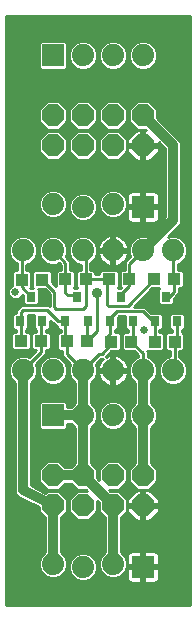
<source format=gtl>
G75*
%MOIN*%
%OFA0B0*%
%FSLAX25Y25*%
%IPPOS*%
%LPD*%
%AMOC8*
5,1,8,0,0,1.08239X$1,22.5*
%
%ADD10R,0.03150X0.03543*%
%ADD11R,0.04331X0.03937*%
%ADD12C,0.07400*%
%ADD13C,0.02500*%
%ADD14OC8,0.07400*%
%ADD15R,0.07400X0.07400*%
%ADD16C,0.01000*%
%ADD17C,0.03569*%
%ADD18C,0.03200*%
%ADD19C,0.03600*%
D10*
X0008460Y0098363D03*
X0012200Y0106631D03*
X0015940Y0098363D03*
X0023660Y0098363D03*
X0027400Y0106631D03*
X0031140Y0098363D03*
X0038560Y0098363D03*
X0042300Y0106631D03*
X0046040Y0098363D03*
X0053360Y0098363D03*
X0057100Y0106631D03*
X0060840Y0098363D03*
D11*
X0060046Y0091600D03*
X0053354Y0091600D03*
X0045646Y0091600D03*
X0038954Y0091600D03*
X0038254Y0112400D03*
X0044946Y0112400D03*
X0053254Y0112400D03*
X0059946Y0112400D03*
X0030846Y0091700D03*
X0024154Y0091700D03*
X0023654Y0112400D03*
X0030346Y0112400D03*
X0015746Y0112300D03*
X0009054Y0112300D03*
X0008854Y0091800D03*
X0015546Y0091800D03*
D12*
X0019500Y0082000D03*
X0029500Y0082000D03*
X0029500Y0067000D03*
X0039500Y0067000D03*
X0039500Y0082000D03*
X0049500Y0082000D03*
X0049500Y0067000D03*
X0059500Y0082000D03*
X0059500Y0122000D03*
X0049500Y0122000D03*
X0039500Y0122000D03*
X0039500Y0137500D03*
X0029500Y0136500D03*
X0029500Y0122000D03*
X0019500Y0122000D03*
X0019500Y0137500D03*
X0009500Y0122000D03*
X0009500Y0082000D03*
X0019500Y0017500D03*
X0029500Y0016500D03*
X0039500Y0017500D03*
X0039500Y0187000D03*
X0049500Y0187000D03*
X0029500Y0187000D03*
D13*
X0007000Y0108000D03*
X0049700Y0095600D03*
D14*
X0049500Y0047000D03*
X0049500Y0037000D03*
X0039500Y0037000D03*
X0039500Y0047000D03*
X0029500Y0047000D03*
X0029500Y0037000D03*
X0019500Y0037000D03*
X0019500Y0047000D03*
X0019500Y0157000D03*
X0019500Y0167000D03*
X0029500Y0167000D03*
X0029500Y0157000D03*
X0039500Y0157000D03*
X0039500Y0167000D03*
X0049500Y0167000D03*
X0049500Y0157000D03*
D15*
X0049500Y0136500D03*
X0019500Y0187000D03*
X0019500Y0067000D03*
X0049500Y0016500D03*
D16*
X0003900Y0003900D02*
X0003900Y0200100D01*
X0065100Y0200100D01*
X0065100Y0003900D01*
X0003900Y0003900D01*
X0003900Y0003997D02*
X0065100Y0003997D01*
X0065100Y0004996D02*
X0003900Y0004996D01*
X0003900Y0005994D02*
X0065100Y0005994D01*
X0065100Y0006993D02*
X0003900Y0006993D01*
X0003900Y0007991D02*
X0065100Y0007991D01*
X0065100Y0008990D02*
X0003900Y0008990D01*
X0003900Y0009988D02*
X0065100Y0009988D01*
X0065100Y0010987D02*
X0003900Y0010987D01*
X0003900Y0011985D02*
X0027857Y0011985D01*
X0028545Y0011700D02*
X0030455Y0011700D01*
X0032219Y0012431D01*
X0033569Y0013781D01*
X0034300Y0015545D01*
X0034300Y0017455D01*
X0033569Y0019219D01*
X0032219Y0020569D01*
X0030455Y0021300D01*
X0028545Y0021300D01*
X0026781Y0020569D01*
X0025431Y0019219D01*
X0024700Y0017455D01*
X0024700Y0015545D01*
X0025431Y0013781D01*
X0026781Y0012431D01*
X0028545Y0011700D01*
X0026228Y0012984D02*
X0021139Y0012984D01*
X0020455Y0012700D02*
X0022219Y0013431D01*
X0023569Y0014781D01*
X0024300Y0016545D01*
X0024300Y0018455D01*
X0023569Y0020219D01*
X0022219Y0021569D01*
X0022200Y0021577D01*
X0022200Y0032912D01*
X0024300Y0035012D01*
X0024300Y0038988D01*
X0021488Y0041800D01*
X0017512Y0041800D01*
X0016987Y0041275D01*
X0012200Y0043669D01*
X0012200Y0077923D01*
X0012219Y0077931D01*
X0013569Y0079281D01*
X0014300Y0081045D01*
X0014300Y0082955D01*
X0013836Y0084074D01*
X0016209Y0086446D01*
X0017146Y0087384D01*
X0017146Y0088731D01*
X0018167Y0088731D01*
X0018812Y0089376D01*
X0018812Y0094224D01*
X0018167Y0094868D01*
X0017146Y0094868D01*
X0017146Y0095491D01*
X0017971Y0095491D01*
X0018615Y0096136D01*
X0018615Y0098622D01*
X0019537Y0097700D01*
X0020474Y0096763D01*
X0020985Y0096763D01*
X0020985Y0096136D01*
X0021629Y0095491D01*
X0022060Y0095491D01*
X0022060Y0094768D01*
X0021533Y0094768D01*
X0020888Y0094124D01*
X0020888Y0089276D01*
X0021533Y0088631D01*
X0022554Y0088631D01*
X0022554Y0086684D01*
X0023491Y0085746D01*
X0025164Y0084074D01*
X0024700Y0082955D01*
X0024700Y0081045D01*
X0025431Y0079281D01*
X0026781Y0077931D01*
X0026800Y0077923D01*
X0026800Y0071077D01*
X0026781Y0071069D01*
X0025431Y0069719D01*
X0025423Y0069700D01*
X0024300Y0069700D01*
X0024300Y0071156D01*
X0023656Y0071800D01*
X0015344Y0071800D01*
X0014700Y0071156D01*
X0014700Y0062844D01*
X0015344Y0062200D01*
X0023656Y0062200D01*
X0024300Y0062844D01*
X0024300Y0064300D01*
X0025423Y0064300D01*
X0025431Y0064281D01*
X0026781Y0062931D01*
X0026800Y0062923D01*
X0026800Y0051088D01*
X0025412Y0049700D01*
X0023588Y0049700D01*
X0021488Y0051800D01*
X0017512Y0051800D01*
X0014700Y0048988D01*
X0014700Y0045012D01*
X0017512Y0042200D01*
X0021488Y0042200D01*
X0023588Y0044300D01*
X0025412Y0044300D01*
X0027512Y0042200D01*
X0030482Y0042200D01*
X0030882Y0041800D01*
X0027512Y0041800D01*
X0024700Y0038988D01*
X0024700Y0035012D01*
X0027512Y0032200D01*
X0031488Y0032200D01*
X0034300Y0035012D01*
X0034300Y0038382D01*
X0034700Y0037982D01*
X0034700Y0035012D01*
X0036800Y0032912D01*
X0036800Y0021577D01*
X0036781Y0021569D01*
X0035431Y0020219D01*
X0034700Y0018455D01*
X0034700Y0016545D01*
X0035431Y0014781D01*
X0036781Y0013431D01*
X0038545Y0012700D01*
X0040455Y0012700D01*
X0042219Y0013431D01*
X0043569Y0014781D01*
X0044300Y0016545D01*
X0044300Y0018455D01*
X0043569Y0020219D01*
X0042219Y0021569D01*
X0042200Y0021577D01*
X0042200Y0032912D01*
X0044300Y0035012D01*
X0044300Y0038988D01*
X0041488Y0041800D01*
X0038518Y0041800D01*
X0038118Y0042200D01*
X0041488Y0042200D01*
X0044300Y0045012D01*
X0044300Y0048988D01*
X0041488Y0051800D01*
X0037512Y0051800D01*
X0034700Y0048988D01*
X0034700Y0045618D01*
X0034300Y0046018D01*
X0034300Y0048988D01*
X0032200Y0051088D01*
X0032200Y0062923D01*
X0032219Y0062931D01*
X0033569Y0064281D01*
X0034300Y0066045D01*
X0034300Y0067955D01*
X0033569Y0069719D01*
X0032219Y0071069D01*
X0032200Y0071077D01*
X0032200Y0077923D01*
X0032219Y0077931D01*
X0033569Y0079281D01*
X0034300Y0081045D01*
X0034300Y0082955D01*
X0033836Y0084074D01*
X0035663Y0085900D01*
X0036046Y0085900D01*
X0035534Y0085388D01*
X0035053Y0084725D01*
X0034681Y0083996D01*
X0034428Y0083218D01*
X0034314Y0082500D01*
X0039000Y0082500D01*
X0039000Y0087186D01*
X0038282Y0087072D01*
X0037504Y0086819D01*
X0037051Y0086588D01*
X0038994Y0088531D01*
X0041575Y0088531D01*
X0042219Y0089176D01*
X0042219Y0094024D01*
X0041575Y0094668D01*
X0040160Y0094668D01*
X0040160Y0095491D01*
X0040590Y0095491D01*
X0041235Y0096136D01*
X0041235Y0099775D01*
X0041560Y0100100D01*
X0043365Y0100100D01*
X0043365Y0096136D01*
X0044010Y0095491D01*
X0044440Y0095491D01*
X0044440Y0094668D01*
X0043025Y0094668D01*
X0042381Y0094024D01*
X0042381Y0089176D01*
X0043025Y0088531D01*
X0046452Y0088531D01*
X0047900Y0087084D01*
X0047900Y0086533D01*
X0046781Y0086069D01*
X0045431Y0084719D01*
X0044700Y0082955D01*
X0044700Y0081045D01*
X0045431Y0079281D01*
X0046781Y0077931D01*
X0046800Y0077923D01*
X0046800Y0071077D01*
X0046781Y0071069D01*
X0045431Y0069719D01*
X0044700Y0067955D01*
X0044700Y0066045D01*
X0045431Y0064281D01*
X0046781Y0062931D01*
X0046800Y0062923D01*
X0046800Y0051088D01*
X0044700Y0048988D01*
X0044700Y0045012D01*
X0047512Y0042200D01*
X0051488Y0042200D01*
X0054300Y0045012D01*
X0054300Y0048988D01*
X0052200Y0051088D01*
X0052200Y0062923D01*
X0052219Y0062931D01*
X0053569Y0064281D01*
X0054300Y0066045D01*
X0054300Y0067955D01*
X0053569Y0069719D01*
X0052219Y0071069D01*
X0052200Y0071077D01*
X0052200Y0077923D01*
X0052219Y0077931D01*
X0053569Y0079281D01*
X0054300Y0081045D01*
X0054300Y0082955D01*
X0053569Y0084719D01*
X0052219Y0086069D01*
X0051100Y0086533D01*
X0051100Y0088409D01*
X0050978Y0088531D01*
X0055975Y0088531D01*
X0056619Y0089176D01*
X0056619Y0094024D01*
X0055975Y0094668D01*
X0054960Y0094668D01*
X0054960Y0095491D01*
X0055390Y0095491D01*
X0056035Y0096136D01*
X0056035Y0100590D01*
X0055390Y0101235D01*
X0052128Y0101235D01*
X0050063Y0103300D01*
X0046416Y0103300D01*
X0052448Y0109331D01*
X0054899Y0109331D01*
X0054425Y0108858D01*
X0054425Y0104403D01*
X0055070Y0103759D01*
X0059130Y0103759D01*
X0059775Y0104403D01*
X0059775Y0105912D01*
X0060563Y0106700D01*
X0061500Y0107637D01*
X0061500Y0109331D01*
X0062567Y0109331D01*
X0063212Y0109976D01*
X0063212Y0114824D01*
X0062567Y0115468D01*
X0061100Y0115468D01*
X0061100Y0117467D01*
X0062219Y0117931D01*
X0063569Y0119281D01*
X0064300Y0121045D01*
X0064300Y0122955D01*
X0063569Y0124719D01*
X0062219Y0126069D01*
X0060455Y0126800D01*
X0058545Y0126800D01*
X0057816Y0126498D01*
X0061029Y0129711D01*
X0061789Y0130471D01*
X0062200Y0131463D01*
X0062200Y0157537D01*
X0061789Y0158529D01*
X0054300Y0166018D01*
X0054300Y0168988D01*
X0051488Y0171800D01*
X0047512Y0171800D01*
X0044700Y0168988D01*
X0044700Y0165012D01*
X0047512Y0162200D01*
X0050482Y0162200D01*
X0050000Y0162200D01*
X0050000Y0157500D01*
X0054700Y0157500D01*
X0054700Y0157982D01*
X0056800Y0155882D01*
X0056800Y0133118D01*
X0050474Y0126792D01*
X0050455Y0126800D01*
X0048545Y0126800D01*
X0046781Y0126069D01*
X0045431Y0124719D01*
X0044700Y0122955D01*
X0044700Y0121045D01*
X0045164Y0119926D01*
X0044284Y0119046D01*
X0043346Y0118109D01*
X0043346Y0115468D01*
X0042325Y0115468D01*
X0041681Y0114824D01*
X0041681Y0109976D01*
X0042032Y0109625D01*
X0041909Y0109502D01*
X0041045Y0109502D01*
X0041519Y0109976D01*
X0041519Y0114824D01*
X0040875Y0115468D01*
X0035633Y0115468D01*
X0034988Y0114824D01*
X0034988Y0114000D01*
X0033612Y0114000D01*
X0033612Y0114824D01*
X0032967Y0115468D01*
X0031946Y0115468D01*
X0031946Y0117818D01*
X0032219Y0117931D01*
X0033569Y0119281D01*
X0034300Y0121045D01*
X0034300Y0122955D01*
X0033569Y0124719D01*
X0032219Y0126069D01*
X0030455Y0126800D01*
X0028545Y0126800D01*
X0026781Y0126069D01*
X0025431Y0124719D01*
X0024700Y0122955D01*
X0024700Y0121045D01*
X0025431Y0119281D01*
X0026781Y0117931D01*
X0028545Y0117200D01*
X0028746Y0117200D01*
X0028746Y0115468D01*
X0027725Y0115468D01*
X0027081Y0114824D01*
X0027081Y0109976D01*
X0027555Y0109502D01*
X0026445Y0109502D01*
X0026919Y0109976D01*
X0026919Y0114824D01*
X0026275Y0115468D01*
X0025254Y0115468D01*
X0025254Y0118509D01*
X0024316Y0119446D01*
X0023836Y0119926D01*
X0024300Y0121045D01*
X0024300Y0122955D01*
X0023569Y0124719D01*
X0022219Y0126069D01*
X0020455Y0126800D01*
X0018545Y0126800D01*
X0016781Y0126069D01*
X0015431Y0124719D01*
X0014700Y0122955D01*
X0014700Y0121045D01*
X0015431Y0119281D01*
X0016781Y0117931D01*
X0018545Y0117200D01*
X0020455Y0117200D01*
X0021574Y0117664D01*
X0022054Y0117184D01*
X0022054Y0115468D01*
X0021033Y0115468D01*
X0020388Y0114824D01*
X0020388Y0110121D01*
X0019012Y0111497D01*
X0019012Y0114724D01*
X0018367Y0115368D01*
X0013125Y0115368D01*
X0012481Y0114724D01*
X0012481Y0109876D01*
X0012855Y0109502D01*
X0011945Y0109502D01*
X0012319Y0109876D01*
X0012319Y0114724D01*
X0011675Y0115368D01*
X0010654Y0115368D01*
X0010654Y0117282D01*
X0012219Y0117931D01*
X0013569Y0119281D01*
X0014300Y0121045D01*
X0014300Y0122955D01*
X0013569Y0124719D01*
X0012219Y0126069D01*
X0010455Y0126800D01*
X0008545Y0126800D01*
X0006781Y0126069D01*
X0005431Y0124719D01*
X0004700Y0122955D01*
X0004700Y0121045D01*
X0005431Y0119281D01*
X0006781Y0117931D01*
X0007454Y0117652D01*
X0007454Y0115368D01*
X0006433Y0115368D01*
X0005788Y0114724D01*
X0005788Y0110112D01*
X0004650Y0108973D01*
X0004650Y0107027D01*
X0006027Y0105650D01*
X0007973Y0105650D01*
X0009350Y0107027D01*
X0009350Y0107218D01*
X0009525Y0107043D01*
X0009525Y0104403D01*
X0010170Y0103759D01*
X0014230Y0103759D01*
X0014875Y0104403D01*
X0014875Y0108858D01*
X0014501Y0109231D01*
X0016752Y0109231D01*
X0018400Y0107584D01*
X0018400Y0103363D01*
X0018063Y0103700D01*
X0008737Y0103700D01*
X0007800Y0102763D01*
X0007800Y0102763D01*
X0007100Y0102063D01*
X0007100Y0101235D01*
X0006429Y0101235D01*
X0005785Y0100590D01*
X0005785Y0096136D01*
X0006429Y0095491D01*
X0007254Y0095491D01*
X0007254Y0094868D01*
X0006233Y0094868D01*
X0005588Y0094224D01*
X0005588Y0089376D01*
X0006233Y0088731D01*
X0011475Y0088731D01*
X0012119Y0089376D01*
X0012119Y0094224D01*
X0011475Y0094868D01*
X0010454Y0094868D01*
X0010454Y0095491D01*
X0010490Y0095491D01*
X0011135Y0096136D01*
X0011135Y0100500D01*
X0013265Y0100500D01*
X0013265Y0096136D01*
X0013910Y0095491D01*
X0013946Y0095491D01*
X0013946Y0094868D01*
X0012925Y0094868D01*
X0012281Y0094224D01*
X0012281Y0089376D01*
X0012925Y0088731D01*
X0013946Y0088731D01*
X0013946Y0088709D01*
X0011574Y0086336D01*
X0010455Y0086800D01*
X0008545Y0086800D01*
X0006781Y0086069D01*
X0005431Y0084719D01*
X0004700Y0082955D01*
X0004700Y0081045D01*
X0005431Y0079281D01*
X0006781Y0077931D01*
X0006800Y0077923D01*
X0006800Y0042096D01*
X0006769Y0041656D01*
X0006800Y0041562D01*
X0006800Y0041463D01*
X0006969Y0041055D01*
X0007108Y0040637D01*
X0007173Y0040562D01*
X0007211Y0040471D01*
X0007523Y0040159D01*
X0007812Y0039825D01*
X0007901Y0039781D01*
X0007971Y0039711D01*
X0008378Y0039542D01*
X0014700Y0036381D01*
X0014700Y0035012D01*
X0016800Y0032912D01*
X0016800Y0021577D01*
X0016781Y0021569D01*
X0015431Y0020219D01*
X0014700Y0018455D01*
X0014700Y0016545D01*
X0015431Y0014781D01*
X0016781Y0013431D01*
X0018545Y0012700D01*
X0020455Y0012700D01*
X0017860Y0012984D02*
X0003900Y0012984D01*
X0003900Y0013982D02*
X0016230Y0013982D01*
X0015348Y0014981D02*
X0003900Y0014981D01*
X0003900Y0015979D02*
X0014934Y0015979D01*
X0014700Y0016978D02*
X0003900Y0016978D01*
X0003900Y0017976D02*
X0014700Y0017976D01*
X0014915Y0018975D02*
X0003900Y0018975D01*
X0003900Y0019973D02*
X0015329Y0019973D01*
X0016184Y0020972D02*
X0003900Y0020972D01*
X0003900Y0021970D02*
X0016800Y0021970D01*
X0016800Y0022969D02*
X0003900Y0022969D01*
X0003900Y0023967D02*
X0016800Y0023967D01*
X0016800Y0024966D02*
X0003900Y0024966D01*
X0003900Y0025964D02*
X0016800Y0025964D01*
X0016800Y0026963D02*
X0003900Y0026963D01*
X0003900Y0027961D02*
X0016800Y0027961D01*
X0016800Y0028960D02*
X0003900Y0028960D01*
X0003900Y0029958D02*
X0016800Y0029958D01*
X0016800Y0030957D02*
X0003900Y0030957D01*
X0003900Y0031955D02*
X0016800Y0031955D01*
X0016758Y0032954D02*
X0003900Y0032954D01*
X0003900Y0033952D02*
X0015759Y0033952D01*
X0014761Y0034951D02*
X0003900Y0034951D01*
X0003900Y0035949D02*
X0014700Y0035949D01*
X0013567Y0036948D02*
X0003900Y0036948D01*
X0003900Y0037946D02*
X0011570Y0037946D01*
X0009573Y0038945D02*
X0003900Y0038945D01*
X0003900Y0039943D02*
X0007710Y0039943D01*
X0007007Y0040942D02*
X0003900Y0040942D01*
X0003900Y0041940D02*
X0006789Y0041940D01*
X0006800Y0042939D02*
X0003900Y0042939D01*
X0003900Y0043937D02*
X0006800Y0043937D01*
X0006800Y0044936D02*
X0003900Y0044936D01*
X0003900Y0045934D02*
X0006800Y0045934D01*
X0006800Y0046933D02*
X0003900Y0046933D01*
X0003900Y0047932D02*
X0006800Y0047932D01*
X0006800Y0048930D02*
X0003900Y0048930D01*
X0003900Y0049929D02*
X0006800Y0049929D01*
X0006800Y0050927D02*
X0003900Y0050927D01*
X0003900Y0051926D02*
X0006800Y0051926D01*
X0006800Y0052924D02*
X0003900Y0052924D01*
X0003900Y0053923D02*
X0006800Y0053923D01*
X0006800Y0054921D02*
X0003900Y0054921D01*
X0003900Y0055920D02*
X0006800Y0055920D01*
X0006800Y0056918D02*
X0003900Y0056918D01*
X0003900Y0057917D02*
X0006800Y0057917D01*
X0006800Y0058915D02*
X0003900Y0058915D01*
X0003900Y0059914D02*
X0006800Y0059914D01*
X0006800Y0060912D02*
X0003900Y0060912D01*
X0003900Y0061911D02*
X0006800Y0061911D01*
X0006800Y0062909D02*
X0003900Y0062909D01*
X0003900Y0063908D02*
X0006800Y0063908D01*
X0006800Y0064906D02*
X0003900Y0064906D01*
X0003900Y0065905D02*
X0006800Y0065905D01*
X0006800Y0066903D02*
X0003900Y0066903D01*
X0003900Y0067902D02*
X0006800Y0067902D01*
X0006800Y0068900D02*
X0003900Y0068900D01*
X0003900Y0069899D02*
X0006800Y0069899D01*
X0006800Y0070897D02*
X0003900Y0070897D01*
X0003900Y0071896D02*
X0006800Y0071896D01*
X0006800Y0072894D02*
X0003900Y0072894D01*
X0003900Y0073893D02*
X0006800Y0073893D01*
X0006800Y0074891D02*
X0003900Y0074891D01*
X0003900Y0075890D02*
X0006800Y0075890D01*
X0006800Y0076888D02*
X0003900Y0076888D01*
X0003900Y0077887D02*
X0006800Y0077887D01*
X0005826Y0078885D02*
X0003900Y0078885D01*
X0003900Y0079884D02*
X0005181Y0079884D01*
X0004767Y0080882D02*
X0003900Y0080882D01*
X0003900Y0081881D02*
X0004700Y0081881D01*
X0004700Y0082879D02*
X0003900Y0082879D01*
X0003900Y0083878D02*
X0005082Y0083878D01*
X0005588Y0084876D02*
X0003900Y0084876D01*
X0003900Y0085875D02*
X0006587Y0085875D01*
X0006094Y0088870D02*
X0003900Y0088870D01*
X0003900Y0087872D02*
X0013109Y0087872D01*
X0012786Y0088870D02*
X0011614Y0088870D01*
X0012119Y0089869D02*
X0012281Y0089869D01*
X0012281Y0090868D02*
X0012119Y0090868D01*
X0012119Y0091866D02*
X0012281Y0091866D01*
X0012281Y0092865D02*
X0012119Y0092865D01*
X0012119Y0093863D02*
X0012281Y0093863D01*
X0012919Y0094862D02*
X0011481Y0094862D01*
X0010859Y0095860D02*
X0013541Y0095860D01*
X0013265Y0096859D02*
X0011135Y0096859D01*
X0011135Y0097857D02*
X0013265Y0097857D01*
X0013265Y0098856D02*
X0011135Y0098856D01*
X0011135Y0099854D02*
X0013265Y0099854D01*
X0014320Y0103848D02*
X0018400Y0103848D01*
X0018400Y0104847D02*
X0014875Y0104847D01*
X0014875Y0105845D02*
X0018400Y0105845D01*
X0018400Y0106844D02*
X0014875Y0106844D01*
X0014875Y0107842D02*
X0018142Y0107842D01*
X0017143Y0108841D02*
X0014875Y0108841D01*
X0015746Y0112300D02*
X0015946Y0112300D01*
X0020000Y0108246D01*
X0020000Y0103000D01*
X0020500Y0102500D01*
X0029500Y0102500D01*
X0030346Y0103346D01*
X0030346Y0112400D01*
X0030346Y0121154D01*
X0029500Y0122000D01*
X0028746Y0116829D02*
X0025254Y0116829D01*
X0025254Y0117827D02*
X0027031Y0117827D01*
X0027089Y0114832D02*
X0026911Y0114832D01*
X0026919Y0113833D02*
X0027081Y0113833D01*
X0027081Y0112835D02*
X0026919Y0112835D01*
X0026919Y0111836D02*
X0027081Y0111836D01*
X0027081Y0110838D02*
X0026919Y0110838D01*
X0026782Y0109839D02*
X0027218Y0109839D01*
X0027031Y0107000D02*
X0024500Y0107000D01*
X0023654Y0107846D01*
X0023654Y0112400D01*
X0023654Y0117846D01*
X0019500Y0122000D01*
X0022054Y0116829D02*
X0010654Y0116829D01*
X0010654Y0115830D02*
X0022054Y0115830D01*
X0020396Y0114832D02*
X0018904Y0114832D01*
X0019012Y0113833D02*
X0020388Y0113833D01*
X0020388Y0112835D02*
X0019012Y0112835D01*
X0019012Y0111836D02*
X0020388Y0111836D01*
X0020388Y0110838D02*
X0019671Y0110838D01*
X0017031Y0117827D02*
X0011969Y0117827D01*
X0012211Y0114832D02*
X0012589Y0114832D01*
X0012481Y0113833D02*
X0012319Y0113833D01*
X0012319Y0112835D02*
X0012481Y0112835D01*
X0012481Y0111836D02*
X0012319Y0111836D01*
X0012319Y0110838D02*
X0012481Y0110838D01*
X0012518Y0109839D02*
X0012282Y0109839D01*
X0012200Y0106631D02*
X0009054Y0109777D01*
X0009054Y0112300D01*
X0009054Y0121554D01*
X0009500Y0122000D01*
X0007031Y0117827D02*
X0003900Y0117827D01*
X0003900Y0116829D02*
X0007454Y0116829D01*
X0007454Y0115830D02*
X0003900Y0115830D01*
X0003900Y0114832D02*
X0005896Y0114832D01*
X0005788Y0113833D02*
X0003900Y0113833D01*
X0003900Y0112835D02*
X0005788Y0112835D01*
X0005788Y0111836D02*
X0003900Y0111836D01*
X0003900Y0110838D02*
X0005788Y0110838D01*
X0005516Y0109839D02*
X0003900Y0109839D01*
X0003900Y0108841D02*
X0004650Y0108841D01*
X0004650Y0107842D02*
X0003900Y0107842D01*
X0003900Y0106844D02*
X0004833Y0106844D01*
X0003900Y0105845D02*
X0005831Y0105845D01*
X0007100Y0101851D02*
X0003900Y0101851D01*
X0003900Y0100853D02*
X0006047Y0100853D01*
X0005785Y0099854D02*
X0003900Y0099854D01*
X0003900Y0098856D02*
X0005785Y0098856D01*
X0005785Y0097857D02*
X0003900Y0097857D01*
X0003900Y0096859D02*
X0005785Y0096859D01*
X0006061Y0095860D02*
X0003900Y0095860D01*
X0003900Y0094862D02*
X0006226Y0094862D01*
X0005588Y0093863D02*
X0003900Y0093863D01*
X0003900Y0092865D02*
X0005588Y0092865D01*
X0005588Y0091866D02*
X0003900Y0091866D01*
X0003900Y0090868D02*
X0005588Y0090868D01*
X0005588Y0089869D02*
X0003900Y0089869D01*
X0003900Y0086873D02*
X0012111Y0086873D01*
X0013918Y0083878D02*
X0015082Y0083878D01*
X0015431Y0084719D02*
X0014700Y0082955D01*
X0014700Y0081045D01*
X0015431Y0079281D01*
X0016781Y0077931D01*
X0018545Y0077200D01*
X0020455Y0077200D01*
X0022219Y0077931D01*
X0023569Y0079281D01*
X0024300Y0081045D01*
X0024300Y0082955D01*
X0023569Y0084719D01*
X0022219Y0086069D01*
X0020455Y0086800D01*
X0018545Y0086800D01*
X0016781Y0086069D01*
X0015431Y0084719D01*
X0015588Y0084876D02*
X0014639Y0084876D01*
X0015638Y0085875D02*
X0016587Y0085875D01*
X0016636Y0086873D02*
X0022554Y0086873D01*
X0022554Y0087872D02*
X0017146Y0087872D01*
X0018306Y0088870D02*
X0021294Y0088870D01*
X0020888Y0089869D02*
X0018812Y0089869D01*
X0018812Y0090868D02*
X0020888Y0090868D01*
X0020888Y0091866D02*
X0018812Y0091866D01*
X0018812Y0092865D02*
X0020888Y0092865D01*
X0020888Y0093863D02*
X0018812Y0093863D01*
X0018174Y0094862D02*
X0022060Y0094862D01*
X0021261Y0095860D02*
X0018339Y0095860D01*
X0018615Y0096859D02*
X0020379Y0096859D01*
X0019380Y0097857D02*
X0018615Y0097857D01*
X0021137Y0098363D02*
X0017400Y0102100D01*
X0009400Y0102100D01*
X0008700Y0101400D01*
X0008700Y0098123D01*
X0008854Y0097969D01*
X0008854Y0091800D01*
X0008700Y0098123D02*
X0008460Y0098363D01*
X0007887Y0102850D02*
X0003900Y0102850D01*
X0003900Y0103848D02*
X0010080Y0103848D01*
X0009525Y0104847D02*
X0003900Y0104847D01*
X0008169Y0105845D02*
X0009525Y0105845D01*
X0009525Y0106844D02*
X0009167Y0106844D01*
X0005886Y0118826D02*
X0003900Y0118826D01*
X0003900Y0119824D02*
X0005206Y0119824D01*
X0004792Y0120823D02*
X0003900Y0120823D01*
X0003900Y0121821D02*
X0004700Y0121821D01*
X0004700Y0122820D02*
X0003900Y0122820D01*
X0003900Y0123818D02*
X0005058Y0123818D01*
X0005529Y0124817D02*
X0003900Y0124817D01*
X0003900Y0125815D02*
X0006527Y0125815D01*
X0003900Y0126814D02*
X0037494Y0126814D01*
X0037504Y0126819D02*
X0036775Y0126447D01*
X0036112Y0125966D01*
X0035534Y0125388D01*
X0035053Y0124725D01*
X0034681Y0123996D01*
X0034428Y0123218D01*
X0034314Y0122500D01*
X0039000Y0122500D01*
X0039000Y0127186D01*
X0038282Y0127072D01*
X0037504Y0126819D01*
X0039000Y0126814D02*
X0040000Y0126814D01*
X0040000Y0127186D02*
X0040000Y0122500D01*
X0039000Y0122500D01*
X0039000Y0121500D01*
X0034314Y0121500D01*
X0034428Y0120782D01*
X0034681Y0120004D01*
X0035053Y0119275D01*
X0035534Y0118612D01*
X0036112Y0118034D01*
X0036775Y0117553D01*
X0037504Y0117181D01*
X0038282Y0116928D01*
X0039000Y0116814D01*
X0039000Y0121500D01*
X0040000Y0121500D01*
X0040000Y0122500D01*
X0044686Y0122500D01*
X0044572Y0123218D01*
X0044319Y0123996D01*
X0043947Y0124725D01*
X0043466Y0125388D01*
X0042888Y0125966D01*
X0042225Y0126447D01*
X0041496Y0126819D01*
X0040718Y0127072D01*
X0040000Y0127186D01*
X0040000Y0125815D02*
X0039000Y0125815D01*
X0039000Y0124817D02*
X0040000Y0124817D01*
X0040000Y0123818D02*
X0039000Y0123818D01*
X0039000Y0122820D02*
X0040000Y0122820D01*
X0040000Y0121821D02*
X0044700Y0121821D01*
X0044686Y0121500D02*
X0040000Y0121500D01*
X0040000Y0116814D01*
X0040718Y0116928D01*
X0041496Y0117181D01*
X0042225Y0117553D01*
X0042888Y0118034D01*
X0043466Y0118612D01*
X0043947Y0119275D01*
X0044319Y0120004D01*
X0044572Y0120782D01*
X0044686Y0121500D01*
X0044578Y0120823D02*
X0044792Y0120823D01*
X0045062Y0119824D02*
X0044228Y0119824D01*
X0044063Y0118826D02*
X0043621Y0118826D01*
X0043346Y0117827D02*
X0042604Y0117827D01*
X0043346Y0116829D02*
X0040091Y0116829D01*
X0040000Y0116829D02*
X0039000Y0116829D01*
X0038909Y0116829D02*
X0031946Y0116829D01*
X0031969Y0117827D02*
X0036396Y0117827D01*
X0035379Y0118826D02*
X0033114Y0118826D01*
X0033794Y0119824D02*
X0034772Y0119824D01*
X0034422Y0120823D02*
X0034208Y0120823D01*
X0034300Y0121821D02*
X0039000Y0121821D01*
X0039000Y0120823D02*
X0040000Y0120823D01*
X0040000Y0119824D02*
X0039000Y0119824D01*
X0039000Y0118826D02*
X0040000Y0118826D01*
X0040000Y0117827D02*
X0039000Y0117827D01*
X0038254Y0112400D02*
X0037500Y0111646D01*
X0037500Y0104000D01*
X0038000Y0103500D01*
X0044354Y0103500D01*
X0053254Y0112400D01*
X0054425Y0108841D02*
X0051957Y0108841D01*
X0050958Y0107842D02*
X0054425Y0107842D01*
X0054425Y0106844D02*
X0049960Y0106844D01*
X0048961Y0105845D02*
X0054425Y0105845D01*
X0054425Y0104847D02*
X0047963Y0104847D01*
X0046964Y0103848D02*
X0054980Y0103848D01*
X0055772Y0100853D02*
X0058428Y0100853D01*
X0058165Y0100590D02*
X0058165Y0096136D01*
X0058810Y0095491D01*
X0059240Y0095491D01*
X0059240Y0094668D01*
X0057425Y0094668D01*
X0056781Y0094024D01*
X0056781Y0089176D01*
X0057425Y0088531D01*
X0058446Y0088531D01*
X0058446Y0086759D01*
X0056781Y0086069D01*
X0055431Y0084719D01*
X0054700Y0082955D01*
X0054700Y0081045D01*
X0055431Y0079281D01*
X0056781Y0077931D01*
X0058545Y0077200D01*
X0060455Y0077200D01*
X0062219Y0077931D01*
X0063569Y0079281D01*
X0064300Y0081045D01*
X0064300Y0082955D01*
X0063569Y0084719D01*
X0062219Y0086069D01*
X0061646Y0086306D01*
X0061646Y0088531D01*
X0062667Y0088531D01*
X0063312Y0089176D01*
X0063312Y0094024D01*
X0062667Y0094668D01*
X0062440Y0094668D01*
X0062440Y0095491D01*
X0062871Y0095491D01*
X0063515Y0096136D01*
X0063515Y0100590D01*
X0062871Y0101235D01*
X0058810Y0101235D01*
X0058165Y0100590D01*
X0058165Y0099854D02*
X0056035Y0099854D01*
X0056035Y0098856D02*
X0058165Y0098856D01*
X0058165Y0097857D02*
X0056035Y0097857D01*
X0056035Y0096859D02*
X0058165Y0096859D01*
X0058441Y0095860D02*
X0055759Y0095860D01*
X0054960Y0094862D02*
X0059240Y0094862D01*
X0060840Y0092394D02*
X0060046Y0091600D01*
X0060046Y0082546D01*
X0059500Y0082000D01*
X0058446Y0086873D02*
X0051100Y0086873D01*
X0051100Y0087872D02*
X0058446Y0087872D01*
X0057086Y0088870D02*
X0056314Y0088870D01*
X0056619Y0089869D02*
X0056781Y0089869D01*
X0056781Y0090868D02*
X0056619Y0090868D01*
X0056619Y0091866D02*
X0056781Y0091866D01*
X0056781Y0092865D02*
X0056619Y0092865D01*
X0056619Y0093863D02*
X0056781Y0093863D01*
X0056587Y0085875D02*
X0052413Y0085875D01*
X0053412Y0084876D02*
X0055588Y0084876D01*
X0055082Y0083878D02*
X0053918Y0083878D01*
X0054300Y0082879D02*
X0054700Y0082879D01*
X0054700Y0081881D02*
X0054300Y0081881D01*
X0054233Y0080882D02*
X0054767Y0080882D01*
X0055181Y0079884D02*
X0053819Y0079884D01*
X0053174Y0078885D02*
X0055826Y0078885D01*
X0056887Y0077887D02*
X0052200Y0077887D01*
X0052200Y0076888D02*
X0065100Y0076888D01*
X0065100Y0075890D02*
X0052200Y0075890D01*
X0052200Y0074891D02*
X0065100Y0074891D01*
X0065100Y0073893D02*
X0052200Y0073893D01*
X0052200Y0072894D02*
X0065100Y0072894D01*
X0065100Y0071896D02*
X0052200Y0071896D01*
X0052391Y0070897D02*
X0065100Y0070897D01*
X0065100Y0069899D02*
X0053389Y0069899D01*
X0053908Y0068900D02*
X0065100Y0068900D01*
X0065100Y0067902D02*
X0054300Y0067902D01*
X0054300Y0066903D02*
X0065100Y0066903D01*
X0065100Y0065905D02*
X0054242Y0065905D01*
X0053828Y0064906D02*
X0065100Y0064906D01*
X0065100Y0063908D02*
X0053196Y0063908D01*
X0052200Y0062909D02*
X0065100Y0062909D01*
X0065100Y0061911D02*
X0052200Y0061911D01*
X0052200Y0060912D02*
X0065100Y0060912D01*
X0065100Y0059914D02*
X0052200Y0059914D01*
X0052200Y0058915D02*
X0065100Y0058915D01*
X0065100Y0057917D02*
X0052200Y0057917D01*
X0052200Y0056918D02*
X0065100Y0056918D01*
X0065100Y0055920D02*
X0052200Y0055920D01*
X0052200Y0054921D02*
X0065100Y0054921D01*
X0065100Y0053923D02*
X0052200Y0053923D01*
X0052200Y0052924D02*
X0065100Y0052924D01*
X0065100Y0051926D02*
X0052200Y0051926D01*
X0052361Y0050927D02*
X0065100Y0050927D01*
X0065100Y0049929D02*
X0053360Y0049929D01*
X0054300Y0048930D02*
X0065100Y0048930D01*
X0065100Y0047932D02*
X0054300Y0047932D01*
X0054300Y0046933D02*
X0065100Y0046933D01*
X0065100Y0045934D02*
X0054300Y0045934D01*
X0054224Y0044936D02*
X0065100Y0044936D01*
X0065100Y0043937D02*
X0053226Y0043937D01*
X0052912Y0040942D02*
X0065100Y0040942D01*
X0065100Y0041940D02*
X0051913Y0041940D01*
X0051654Y0042200D02*
X0050000Y0042200D01*
X0050000Y0037500D01*
X0054700Y0037500D01*
X0054700Y0039154D01*
X0051654Y0042200D01*
X0052227Y0042939D02*
X0065100Y0042939D01*
X0065100Y0039943D02*
X0053910Y0039943D01*
X0054700Y0038945D02*
X0065100Y0038945D01*
X0065100Y0037946D02*
X0054700Y0037946D01*
X0054700Y0036500D02*
X0050000Y0036500D01*
X0050000Y0037500D01*
X0049000Y0037500D01*
X0049000Y0042200D01*
X0047346Y0042200D01*
X0044300Y0039154D01*
X0044300Y0037500D01*
X0049000Y0037500D01*
X0049000Y0036500D01*
X0050000Y0036500D01*
X0050000Y0031800D01*
X0051654Y0031800D01*
X0054700Y0034846D01*
X0054700Y0036500D01*
X0054700Y0035949D02*
X0065100Y0035949D01*
X0065100Y0034951D02*
X0054700Y0034951D01*
X0053806Y0033952D02*
X0065100Y0033952D01*
X0065100Y0032954D02*
X0052808Y0032954D01*
X0051809Y0031955D02*
X0065100Y0031955D01*
X0065100Y0030957D02*
X0042200Y0030957D01*
X0042200Y0031955D02*
X0047191Y0031955D01*
X0047346Y0031800D02*
X0049000Y0031800D01*
X0049000Y0036500D01*
X0044300Y0036500D01*
X0044300Y0034846D01*
X0047346Y0031800D01*
X0046192Y0032954D02*
X0042242Y0032954D01*
X0043241Y0033952D02*
X0045194Y0033952D01*
X0044300Y0034951D02*
X0044239Y0034951D01*
X0044300Y0036948D02*
X0049000Y0036948D01*
X0049000Y0037946D02*
X0050000Y0037946D01*
X0050000Y0036948D02*
X0065100Y0036948D01*
X0065100Y0029958D02*
X0042200Y0029958D01*
X0042200Y0028960D02*
X0065100Y0028960D01*
X0065100Y0027961D02*
X0042200Y0027961D01*
X0042200Y0026963D02*
X0065100Y0026963D01*
X0065100Y0025964D02*
X0042200Y0025964D01*
X0042200Y0024966D02*
X0065100Y0024966D01*
X0065100Y0023967D02*
X0042200Y0023967D01*
X0042200Y0022969D02*
X0065100Y0022969D01*
X0065100Y0021970D02*
X0042200Y0021970D01*
X0042816Y0020972D02*
X0044514Y0020972D01*
X0044600Y0021121D02*
X0044402Y0020779D01*
X0044300Y0020397D01*
X0044300Y0017000D01*
X0049000Y0017000D01*
X0049000Y0021700D01*
X0045603Y0021700D01*
X0045221Y0021598D01*
X0044879Y0021400D01*
X0044600Y0021121D01*
X0044300Y0019973D02*
X0043671Y0019973D01*
X0044085Y0018975D02*
X0044300Y0018975D01*
X0044300Y0017976D02*
X0044300Y0017976D01*
X0044300Y0016978D02*
X0049000Y0016978D01*
X0049000Y0017000D02*
X0049000Y0016000D01*
X0050000Y0016000D01*
X0050000Y0017000D01*
X0049000Y0017000D01*
X0049000Y0017976D02*
X0050000Y0017976D01*
X0050000Y0017000D02*
X0050000Y0021700D01*
X0053397Y0021700D01*
X0053779Y0021598D01*
X0054121Y0021400D01*
X0054400Y0021121D01*
X0054598Y0020779D01*
X0054700Y0020397D01*
X0054700Y0017000D01*
X0050000Y0017000D01*
X0050000Y0016978D02*
X0065100Y0016978D01*
X0065100Y0017976D02*
X0054700Y0017976D01*
X0054700Y0018975D02*
X0065100Y0018975D01*
X0065100Y0019973D02*
X0054700Y0019973D01*
X0054486Y0020972D02*
X0065100Y0020972D01*
X0065100Y0015979D02*
X0054700Y0015979D01*
X0054700Y0016000D02*
X0054700Y0012603D01*
X0054598Y0012221D01*
X0054400Y0011879D01*
X0054121Y0011600D01*
X0053779Y0011402D01*
X0053397Y0011300D01*
X0050000Y0011300D01*
X0050000Y0016000D01*
X0054700Y0016000D01*
X0054700Y0014981D02*
X0065100Y0014981D01*
X0065100Y0013982D02*
X0054700Y0013982D01*
X0054700Y0012984D02*
X0065100Y0012984D01*
X0065100Y0011985D02*
X0054462Y0011985D01*
X0050000Y0011985D02*
X0049000Y0011985D01*
X0049000Y0011300D02*
X0049000Y0016000D01*
X0044300Y0016000D01*
X0044300Y0012603D01*
X0044402Y0012221D01*
X0044600Y0011879D01*
X0044879Y0011600D01*
X0045221Y0011402D01*
X0045603Y0011300D01*
X0049000Y0011300D01*
X0049000Y0012984D02*
X0050000Y0012984D01*
X0050000Y0013982D02*
X0049000Y0013982D01*
X0049000Y0014981D02*
X0050000Y0014981D01*
X0050000Y0015979D02*
X0049000Y0015979D01*
X0049000Y0018975D02*
X0050000Y0018975D01*
X0050000Y0019973D02*
X0049000Y0019973D01*
X0049000Y0020972D02*
X0050000Y0020972D01*
X0050000Y0031955D02*
X0049000Y0031955D01*
X0049000Y0032954D02*
X0050000Y0032954D01*
X0050000Y0033952D02*
X0049000Y0033952D01*
X0049000Y0034951D02*
X0050000Y0034951D01*
X0050000Y0035949D02*
X0049000Y0035949D01*
X0049000Y0038945D02*
X0050000Y0038945D01*
X0050000Y0039943D02*
X0049000Y0039943D01*
X0049000Y0040942D02*
X0050000Y0040942D01*
X0050000Y0041940D02*
X0049000Y0041940D01*
X0047087Y0041940D02*
X0038378Y0041940D01*
X0035759Y0033952D02*
X0033241Y0033952D01*
X0034239Y0034951D02*
X0034761Y0034951D01*
X0034700Y0035949D02*
X0034300Y0035949D01*
X0034300Y0036948D02*
X0034700Y0036948D01*
X0034700Y0037946D02*
X0034300Y0037946D01*
X0032242Y0032954D02*
X0036758Y0032954D01*
X0036800Y0031955D02*
X0022200Y0031955D01*
X0022200Y0030957D02*
X0036800Y0030957D01*
X0036800Y0029958D02*
X0022200Y0029958D01*
X0022200Y0028960D02*
X0036800Y0028960D01*
X0036800Y0027961D02*
X0022200Y0027961D01*
X0022200Y0026963D02*
X0036800Y0026963D01*
X0036800Y0025964D02*
X0022200Y0025964D01*
X0022200Y0024966D02*
X0036800Y0024966D01*
X0036800Y0023967D02*
X0022200Y0023967D01*
X0022200Y0022969D02*
X0036800Y0022969D01*
X0036800Y0021970D02*
X0022200Y0021970D01*
X0022816Y0020972D02*
X0027753Y0020972D01*
X0026185Y0019973D02*
X0023671Y0019973D01*
X0024085Y0018975D02*
X0025330Y0018975D01*
X0024916Y0017976D02*
X0024300Y0017976D01*
X0024300Y0016978D02*
X0024700Y0016978D01*
X0024700Y0015979D02*
X0024066Y0015979D01*
X0023652Y0014981D02*
X0024934Y0014981D01*
X0025347Y0013982D02*
X0022770Y0013982D01*
X0022242Y0032954D02*
X0026758Y0032954D01*
X0025759Y0033952D02*
X0023241Y0033952D01*
X0024239Y0034951D02*
X0024761Y0034951D01*
X0024700Y0035949D02*
X0024300Y0035949D01*
X0024300Y0036948D02*
X0024700Y0036948D01*
X0024700Y0037946D02*
X0024300Y0037946D01*
X0024300Y0038945D02*
X0024700Y0038945D01*
X0025655Y0039943D02*
X0023345Y0039943D01*
X0022346Y0040942D02*
X0026654Y0040942D01*
X0026773Y0042939D02*
X0022227Y0042939D01*
X0023226Y0043937D02*
X0025774Y0043937D01*
X0025640Y0049929D02*
X0023360Y0049929D01*
X0022361Y0050927D02*
X0026639Y0050927D01*
X0026800Y0051926D02*
X0012200Y0051926D01*
X0012200Y0052924D02*
X0026800Y0052924D01*
X0026800Y0053923D02*
X0012200Y0053923D01*
X0012200Y0054921D02*
X0026800Y0054921D01*
X0026800Y0055920D02*
X0012200Y0055920D01*
X0012200Y0056918D02*
X0026800Y0056918D01*
X0026800Y0057917D02*
X0012200Y0057917D01*
X0012200Y0058915D02*
X0026800Y0058915D01*
X0026800Y0059914D02*
X0012200Y0059914D01*
X0012200Y0060912D02*
X0026800Y0060912D01*
X0026800Y0061911D02*
X0012200Y0061911D01*
X0012200Y0062909D02*
X0014700Y0062909D01*
X0014700Y0063908D02*
X0012200Y0063908D01*
X0012200Y0064906D02*
X0014700Y0064906D01*
X0014700Y0065905D02*
X0012200Y0065905D01*
X0012200Y0066903D02*
X0014700Y0066903D01*
X0014700Y0067902D02*
X0012200Y0067902D01*
X0012200Y0068900D02*
X0014700Y0068900D01*
X0014700Y0069899D02*
X0012200Y0069899D01*
X0012200Y0070897D02*
X0014700Y0070897D01*
X0012200Y0071896D02*
X0026800Y0071896D01*
X0026800Y0072894D02*
X0012200Y0072894D01*
X0012200Y0073893D02*
X0026800Y0073893D01*
X0026800Y0074891D02*
X0012200Y0074891D01*
X0012200Y0075890D02*
X0026800Y0075890D01*
X0026800Y0076888D02*
X0012200Y0076888D01*
X0012200Y0077887D02*
X0016887Y0077887D01*
X0015826Y0078885D02*
X0013174Y0078885D01*
X0013819Y0079884D02*
X0015181Y0079884D01*
X0014767Y0080882D02*
X0014233Y0080882D01*
X0014300Y0081881D02*
X0014700Y0081881D01*
X0014700Y0082879D02*
X0014300Y0082879D01*
X0009500Y0082000D02*
X0015546Y0088046D01*
X0015546Y0091800D01*
X0015546Y0097969D01*
X0015940Y0098363D01*
X0021137Y0098363D02*
X0023660Y0098363D01*
X0023660Y0092194D01*
X0024154Y0091700D01*
X0024154Y0087346D01*
X0029500Y0082000D01*
X0035000Y0087500D01*
X0035700Y0087500D01*
X0038954Y0090754D01*
X0038954Y0091600D01*
X0037560Y0092994D01*
X0038560Y0093994D01*
X0038560Y0098363D01*
X0038560Y0099363D01*
X0040897Y0101700D01*
X0049400Y0101700D01*
X0052737Y0098363D01*
X0053360Y0098363D01*
X0053360Y0092594D01*
X0052860Y0092094D01*
X0053354Y0091600D01*
X0053360Y0098363D02*
X0052437Y0098363D01*
X0051512Y0101851D02*
X0065100Y0101851D01*
X0065100Y0100853D02*
X0063253Y0100853D01*
X0063515Y0099854D02*
X0065100Y0099854D01*
X0065100Y0098856D02*
X0063515Y0098856D01*
X0063515Y0097857D02*
X0065100Y0097857D01*
X0065100Y0096859D02*
X0063515Y0096859D01*
X0063239Y0095860D02*
X0065100Y0095860D01*
X0065100Y0094862D02*
X0062440Y0094862D01*
X0063312Y0093863D02*
X0065100Y0093863D01*
X0065100Y0092865D02*
X0063312Y0092865D01*
X0063312Y0091866D02*
X0065100Y0091866D01*
X0065100Y0090868D02*
X0063312Y0090868D01*
X0063312Y0089869D02*
X0065100Y0089869D01*
X0065100Y0088870D02*
X0063006Y0088870D01*
X0062413Y0085875D02*
X0065100Y0085875D01*
X0065100Y0086873D02*
X0061646Y0086873D01*
X0061646Y0087872D02*
X0065100Y0087872D01*
X0065100Y0084876D02*
X0063412Y0084876D01*
X0063918Y0083878D02*
X0065100Y0083878D01*
X0065100Y0082879D02*
X0064300Y0082879D01*
X0064300Y0081881D02*
X0065100Y0081881D01*
X0065100Y0080882D02*
X0064233Y0080882D01*
X0063819Y0079884D02*
X0065100Y0079884D01*
X0065100Y0078885D02*
X0063174Y0078885D01*
X0062113Y0077887D02*
X0065100Y0077887D01*
X0060840Y0092394D02*
X0060840Y0098363D01*
X0059220Y0103848D02*
X0065100Y0103848D01*
X0065100Y0102850D02*
X0050513Y0102850D01*
X0046040Y0098363D02*
X0046040Y0093206D01*
X0045040Y0092206D01*
X0045646Y0091600D01*
X0049500Y0087746D01*
X0049500Y0082000D01*
X0047900Y0086873D02*
X0041329Y0086873D01*
X0041496Y0086819D02*
X0040718Y0087072D01*
X0040000Y0087186D01*
X0040000Y0082500D01*
X0039000Y0082500D01*
X0039000Y0081500D01*
X0040000Y0081500D01*
X0040000Y0082500D01*
X0044686Y0082500D01*
X0044572Y0083218D01*
X0044319Y0083996D01*
X0043947Y0084725D01*
X0043466Y0085388D01*
X0042888Y0085966D01*
X0042225Y0086447D01*
X0041496Y0086819D01*
X0041914Y0088870D02*
X0042686Y0088870D01*
X0042381Y0089869D02*
X0042219Y0089869D01*
X0042219Y0090868D02*
X0042381Y0090868D01*
X0042381Y0091866D02*
X0042219Y0091866D01*
X0042219Y0092865D02*
X0042381Y0092865D01*
X0042381Y0093863D02*
X0042219Y0093863D01*
X0041235Y0096859D02*
X0043365Y0096859D01*
X0043365Y0097857D02*
X0041235Y0097857D01*
X0041235Y0098856D02*
X0043365Y0098856D01*
X0043365Y0099854D02*
X0041314Y0099854D01*
X0040959Y0095860D02*
X0043641Y0095860D01*
X0044440Y0094862D02*
X0040160Y0094862D01*
X0038335Y0087872D02*
X0047112Y0087872D01*
X0046587Y0085875D02*
X0042979Y0085875D01*
X0043838Y0084876D02*
X0045588Y0084876D01*
X0045082Y0083878D02*
X0044357Y0083878D01*
X0044626Y0082879D02*
X0044700Y0082879D01*
X0044700Y0081881D02*
X0040000Y0081881D01*
X0040000Y0081500D02*
X0044686Y0081500D01*
X0044572Y0080782D01*
X0044319Y0080004D01*
X0043947Y0079275D01*
X0043466Y0078612D01*
X0042888Y0078034D01*
X0042225Y0077553D01*
X0041496Y0077181D01*
X0040718Y0076928D01*
X0040000Y0076814D01*
X0040000Y0081500D01*
X0040000Y0080882D02*
X0039000Y0080882D01*
X0039000Y0081500D02*
X0039000Y0076814D01*
X0038282Y0076928D01*
X0037504Y0077181D01*
X0036775Y0077553D01*
X0036112Y0078034D01*
X0035534Y0078612D01*
X0035053Y0079275D01*
X0034681Y0080004D01*
X0034428Y0080782D01*
X0034314Y0081500D01*
X0039000Y0081500D01*
X0039000Y0081881D02*
X0034300Y0081881D01*
X0034300Y0082879D02*
X0034374Y0082879D01*
X0034643Y0083878D02*
X0033918Y0083878D01*
X0034639Y0084876D02*
X0035162Y0084876D01*
X0035638Y0085875D02*
X0036021Y0085875D01*
X0037336Y0086873D02*
X0037671Y0086873D01*
X0039000Y0086873D02*
X0040000Y0086873D01*
X0040000Y0085875D02*
X0039000Y0085875D01*
X0039000Y0084876D02*
X0040000Y0084876D01*
X0040000Y0083878D02*
X0039000Y0083878D01*
X0039000Y0082879D02*
X0040000Y0082879D01*
X0040000Y0079884D02*
X0039000Y0079884D01*
X0039000Y0078885D02*
X0040000Y0078885D01*
X0040000Y0077887D02*
X0039000Y0077887D01*
X0039000Y0076888D02*
X0040000Y0076888D01*
X0040467Y0076888D02*
X0046800Y0076888D01*
X0046800Y0075890D02*
X0032200Y0075890D01*
X0032200Y0076888D02*
X0038533Y0076888D01*
X0038545Y0071800D02*
X0036781Y0071069D01*
X0035431Y0069719D01*
X0034700Y0067955D01*
X0034700Y0066045D01*
X0035431Y0064281D01*
X0036781Y0062931D01*
X0038545Y0062200D01*
X0040455Y0062200D01*
X0042219Y0062931D01*
X0043569Y0064281D01*
X0044300Y0066045D01*
X0044300Y0067955D01*
X0043569Y0069719D01*
X0042219Y0071069D01*
X0040455Y0071800D01*
X0038545Y0071800D01*
X0036609Y0070897D02*
X0032391Y0070897D01*
X0032200Y0071896D02*
X0046800Y0071896D01*
X0046800Y0072894D02*
X0032200Y0072894D01*
X0032200Y0073893D02*
X0046800Y0073893D01*
X0046800Y0074891D02*
X0032200Y0074891D01*
X0032200Y0077887D02*
X0036314Y0077887D01*
X0035335Y0078885D02*
X0033174Y0078885D01*
X0033819Y0079884D02*
X0034742Y0079884D01*
X0034412Y0080882D02*
X0034233Y0080882D01*
X0033389Y0069899D02*
X0035611Y0069899D01*
X0035092Y0068900D02*
X0033908Y0068900D01*
X0034300Y0067902D02*
X0034700Y0067902D01*
X0034700Y0066903D02*
X0034300Y0066903D01*
X0034242Y0065905D02*
X0034758Y0065905D01*
X0035172Y0064906D02*
X0033828Y0064906D01*
X0033196Y0063908D02*
X0035804Y0063908D01*
X0036833Y0062909D02*
X0032200Y0062909D01*
X0032200Y0061911D02*
X0046800Y0061911D01*
X0046800Y0062909D02*
X0042167Y0062909D01*
X0043196Y0063908D02*
X0045804Y0063908D01*
X0045172Y0064906D02*
X0043828Y0064906D01*
X0044242Y0065905D02*
X0044758Y0065905D01*
X0044700Y0066903D02*
X0044300Y0066903D01*
X0044300Y0067902D02*
X0044700Y0067902D01*
X0045092Y0068900D02*
X0043908Y0068900D01*
X0043389Y0069899D02*
X0045611Y0069899D01*
X0046609Y0070897D02*
X0042391Y0070897D01*
X0042686Y0077887D02*
X0046800Y0077887D01*
X0045826Y0078885D02*
X0043665Y0078885D01*
X0044258Y0079884D02*
X0045181Y0079884D01*
X0044767Y0080882D02*
X0044588Y0080882D01*
X0046800Y0060912D02*
X0032200Y0060912D01*
X0032200Y0059914D02*
X0046800Y0059914D01*
X0046800Y0058915D02*
X0032200Y0058915D01*
X0032200Y0057917D02*
X0046800Y0057917D01*
X0046800Y0056918D02*
X0032200Y0056918D01*
X0032200Y0055920D02*
X0046800Y0055920D01*
X0046800Y0054921D02*
X0032200Y0054921D01*
X0032200Y0053923D02*
X0046800Y0053923D01*
X0046800Y0052924D02*
X0032200Y0052924D01*
X0032200Y0051926D02*
X0046800Y0051926D01*
X0046639Y0050927D02*
X0042361Y0050927D01*
X0043360Y0049929D02*
X0045640Y0049929D01*
X0044700Y0048930D02*
X0044300Y0048930D01*
X0044300Y0047932D02*
X0044700Y0047932D01*
X0044700Y0046933D02*
X0044300Y0046933D01*
X0044300Y0045934D02*
X0044700Y0045934D01*
X0044776Y0044936D02*
X0044224Y0044936D01*
X0043226Y0043937D02*
X0045774Y0043937D01*
X0046773Y0042939D02*
X0042227Y0042939D01*
X0042346Y0040942D02*
X0046088Y0040942D01*
X0045090Y0039943D02*
X0043345Y0039943D01*
X0044300Y0038945D02*
X0044300Y0038945D01*
X0044300Y0037946D02*
X0044300Y0037946D01*
X0036639Y0050927D02*
X0032361Y0050927D01*
X0033360Y0049929D02*
X0035640Y0049929D01*
X0034700Y0048930D02*
X0034300Y0048930D01*
X0034300Y0047932D02*
X0034700Y0047932D01*
X0034700Y0046933D02*
X0034300Y0046933D01*
X0034384Y0045934D02*
X0034700Y0045934D01*
X0030741Y0041940D02*
X0015656Y0041940D01*
X0015774Y0043937D02*
X0012200Y0043937D01*
X0012200Y0044936D02*
X0014776Y0044936D01*
X0014700Y0045934D02*
X0012200Y0045934D01*
X0012200Y0046933D02*
X0014700Y0046933D01*
X0014700Y0047932D02*
X0012200Y0047932D01*
X0012200Y0048930D02*
X0014700Y0048930D01*
X0015640Y0049929D02*
X0012200Y0049929D01*
X0012200Y0050927D02*
X0016639Y0050927D01*
X0016773Y0042939D02*
X0013659Y0042939D01*
X0024300Y0062909D02*
X0026800Y0062909D01*
X0025804Y0063908D02*
X0024300Y0063908D01*
X0024300Y0069899D02*
X0025611Y0069899D01*
X0026609Y0070897D02*
X0024300Y0070897D01*
X0022113Y0077887D02*
X0026800Y0077887D01*
X0025826Y0078885D02*
X0023174Y0078885D01*
X0023819Y0079884D02*
X0025181Y0079884D01*
X0024767Y0080882D02*
X0024233Y0080882D01*
X0024300Y0081881D02*
X0024700Y0081881D01*
X0024700Y0082879D02*
X0024300Y0082879D01*
X0023918Y0083878D02*
X0025082Y0083878D01*
X0024361Y0084876D02*
X0023412Y0084876D01*
X0023362Y0085875D02*
X0022413Y0085875D01*
X0027400Y0106631D02*
X0027031Y0107000D01*
X0030346Y0112400D02*
X0038254Y0112400D01*
X0041382Y0109839D02*
X0041818Y0109839D01*
X0041681Y0110838D02*
X0041519Y0110838D01*
X0041519Y0111836D02*
X0041681Y0111836D01*
X0041681Y0112835D02*
X0041519Y0112835D01*
X0041519Y0113833D02*
X0041681Y0113833D01*
X0041689Y0114832D02*
X0041511Y0114832D01*
X0043346Y0115830D02*
X0031946Y0115830D01*
X0033604Y0114832D02*
X0034996Y0114832D01*
X0034200Y0107800D02*
X0034200Y0095054D01*
X0030846Y0091700D01*
X0030846Y0098069D01*
X0031140Y0098363D01*
X0028746Y0115830D02*
X0025254Y0115830D01*
X0024937Y0118826D02*
X0025886Y0118826D01*
X0025206Y0119824D02*
X0023938Y0119824D01*
X0024208Y0120823D02*
X0024792Y0120823D01*
X0024700Y0121821D02*
X0024300Y0121821D01*
X0024300Y0122820D02*
X0024700Y0122820D01*
X0025058Y0123818D02*
X0023942Y0123818D01*
X0023471Y0124817D02*
X0025529Y0124817D01*
X0026527Y0125815D02*
X0022473Y0125815D01*
X0020455Y0132700D02*
X0022219Y0133431D01*
X0023569Y0134781D01*
X0024300Y0136545D01*
X0024300Y0138455D01*
X0023569Y0140219D01*
X0022219Y0141569D01*
X0020455Y0142300D01*
X0018545Y0142300D01*
X0016781Y0141569D01*
X0015431Y0140219D01*
X0014700Y0138455D01*
X0014700Y0136545D01*
X0015431Y0134781D01*
X0016781Y0133431D01*
X0018545Y0132700D01*
X0020455Y0132700D01*
X0020708Y0132805D02*
X0026407Y0132805D01*
X0026781Y0132431D02*
X0028545Y0131700D01*
X0030455Y0131700D01*
X0032219Y0132431D01*
X0033569Y0133781D01*
X0034300Y0135545D01*
X0034300Y0137455D01*
X0033569Y0139219D01*
X0032219Y0140569D01*
X0030455Y0141300D01*
X0028545Y0141300D01*
X0026781Y0140569D01*
X0025431Y0139219D01*
X0024700Y0137455D01*
X0024700Y0135545D01*
X0025431Y0133781D01*
X0026781Y0132431D01*
X0028288Y0131806D02*
X0003900Y0131806D01*
X0003900Y0130808D02*
X0054490Y0130808D01*
X0054121Y0131600D02*
X0054400Y0131879D01*
X0054598Y0132221D01*
X0054700Y0132603D01*
X0054700Y0136000D01*
X0050000Y0136000D01*
X0050000Y0137000D01*
X0049000Y0137000D01*
X0049000Y0141700D01*
X0045603Y0141700D01*
X0045221Y0141598D01*
X0044879Y0141400D01*
X0044600Y0141121D01*
X0044402Y0140779D01*
X0044300Y0140397D01*
X0044300Y0137000D01*
X0049000Y0137000D01*
X0049000Y0136000D01*
X0050000Y0136000D01*
X0050000Y0131300D01*
X0053397Y0131300D01*
X0053779Y0131402D01*
X0054121Y0131600D01*
X0054328Y0131806D02*
X0055488Y0131806D01*
X0054700Y0132805D02*
X0056487Y0132805D01*
X0056800Y0133803D02*
X0054700Y0133803D01*
X0054700Y0134802D02*
X0056800Y0134802D01*
X0056800Y0135801D02*
X0054700Y0135801D01*
X0054700Y0137000D02*
X0054700Y0140397D01*
X0054598Y0140779D01*
X0054400Y0141121D01*
X0054121Y0141400D01*
X0053779Y0141598D01*
X0053397Y0141700D01*
X0050000Y0141700D01*
X0050000Y0137000D01*
X0054700Y0137000D01*
X0054700Y0137798D02*
X0056800Y0137798D01*
X0056800Y0138796D02*
X0054700Y0138796D01*
X0054700Y0139795D02*
X0056800Y0139795D01*
X0056800Y0140793D02*
X0054590Y0140793D01*
X0056800Y0141792D02*
X0041682Y0141792D01*
X0042219Y0141569D02*
X0040455Y0142300D01*
X0038545Y0142300D01*
X0036781Y0141569D01*
X0035431Y0140219D01*
X0034700Y0138455D01*
X0034700Y0136545D01*
X0035431Y0134781D01*
X0036781Y0133431D01*
X0038545Y0132700D01*
X0040455Y0132700D01*
X0042219Y0133431D01*
X0043569Y0134781D01*
X0044300Y0136545D01*
X0044300Y0138455D01*
X0043569Y0140219D01*
X0042219Y0141569D01*
X0042995Y0140793D02*
X0044410Y0140793D01*
X0044300Y0139795D02*
X0043745Y0139795D01*
X0044159Y0138796D02*
X0044300Y0138796D01*
X0044300Y0137798D02*
X0044300Y0137798D01*
X0044300Y0136799D02*
X0049000Y0136799D01*
X0049000Y0136000D02*
X0044300Y0136000D01*
X0044300Y0132603D01*
X0044402Y0132221D01*
X0044600Y0131879D01*
X0044879Y0131600D01*
X0045221Y0131402D01*
X0045603Y0131300D01*
X0049000Y0131300D01*
X0049000Y0136000D01*
X0049000Y0135801D02*
X0050000Y0135801D01*
X0050000Y0136799D02*
X0056800Y0136799D01*
X0056800Y0142790D02*
X0003900Y0142790D01*
X0003900Y0141792D02*
X0017318Y0141792D01*
X0016005Y0140793D02*
X0003900Y0140793D01*
X0003900Y0139795D02*
X0015255Y0139795D01*
X0014841Y0138796D02*
X0003900Y0138796D01*
X0003900Y0137798D02*
X0014700Y0137798D01*
X0014700Y0136799D02*
X0003900Y0136799D01*
X0003900Y0135801D02*
X0015008Y0135801D01*
X0015422Y0134802D02*
X0003900Y0134802D01*
X0003900Y0133803D02*
X0016408Y0133803D01*
X0018292Y0132805D02*
X0003900Y0132805D01*
X0003900Y0129809D02*
X0053491Y0129809D01*
X0052493Y0128811D02*
X0003900Y0128811D01*
X0003900Y0127812D02*
X0051494Y0127812D01*
X0050496Y0126814D02*
X0041506Y0126814D01*
X0043038Y0125815D02*
X0046527Y0125815D01*
X0045529Y0124817D02*
X0043881Y0124817D01*
X0044377Y0123818D02*
X0045058Y0123818D01*
X0044700Y0122820D02*
X0044635Y0122820D01*
X0049500Y0122000D02*
X0044946Y0117446D01*
X0044946Y0112400D01*
X0044946Y0110277D01*
X0042300Y0107631D01*
X0042300Y0106631D01*
X0035962Y0125815D02*
X0032473Y0125815D01*
X0033471Y0124817D02*
X0035119Y0124817D01*
X0034623Y0123818D02*
X0033942Y0123818D01*
X0034300Y0122820D02*
X0034365Y0122820D01*
X0030712Y0131806D02*
X0044672Y0131806D01*
X0044300Y0132805D02*
X0040708Y0132805D01*
X0042592Y0133803D02*
X0044300Y0133803D01*
X0044300Y0134802D02*
X0043578Y0134802D01*
X0043992Y0135801D02*
X0044300Y0135801D01*
X0049000Y0134802D02*
X0050000Y0134802D01*
X0050000Y0133803D02*
X0049000Y0133803D01*
X0049000Y0132805D02*
X0050000Y0132805D01*
X0050000Y0131806D02*
X0049000Y0131806D01*
X0049000Y0137798D02*
X0050000Y0137798D01*
X0050000Y0138796D02*
X0049000Y0138796D01*
X0049000Y0139795D02*
X0050000Y0139795D01*
X0050000Y0140793D02*
X0049000Y0140793D01*
X0049000Y0151800D02*
X0047346Y0151800D01*
X0044300Y0154846D01*
X0044300Y0156500D01*
X0049000Y0156500D01*
X0050000Y0156500D01*
X0050000Y0157500D01*
X0049000Y0157500D01*
X0049000Y0162200D01*
X0047346Y0162200D01*
X0044300Y0159154D01*
X0044300Y0157500D01*
X0049000Y0157500D01*
X0049000Y0156500D01*
X0049000Y0151800D01*
X0049000Y0152775D02*
X0050000Y0152775D01*
X0050000Y0151800D02*
X0051654Y0151800D01*
X0054700Y0154846D01*
X0054700Y0156500D01*
X0050000Y0156500D01*
X0050000Y0151800D01*
X0050000Y0153774D02*
X0049000Y0153774D01*
X0049000Y0154772D02*
X0050000Y0154772D01*
X0050000Y0155771D02*
X0049000Y0155771D01*
X0049000Y0156769D02*
X0044300Y0156769D01*
X0044300Y0157768D02*
X0044300Y0157768D01*
X0044300Y0158766D02*
X0044300Y0158766D01*
X0044300Y0158988D02*
X0041488Y0161800D01*
X0037512Y0161800D01*
X0034700Y0158988D01*
X0034700Y0155012D01*
X0037512Y0152200D01*
X0041488Y0152200D01*
X0044300Y0155012D01*
X0044300Y0158988D01*
X0044911Y0159765D02*
X0043523Y0159765D01*
X0042525Y0160763D02*
X0045909Y0160763D01*
X0046908Y0161762D02*
X0041526Y0161762D01*
X0041488Y0162200D02*
X0044300Y0165012D01*
X0044300Y0168988D01*
X0041488Y0171800D01*
X0037512Y0171800D01*
X0034700Y0168988D01*
X0034700Y0165012D01*
X0037512Y0162200D01*
X0041488Y0162200D01*
X0042049Y0162760D02*
X0046951Y0162760D01*
X0045953Y0163759D02*
X0043047Y0163759D01*
X0044046Y0164757D02*
X0044954Y0164757D01*
X0044700Y0165756D02*
X0044300Y0165756D01*
X0044300Y0166754D02*
X0044700Y0166754D01*
X0044700Y0167753D02*
X0044300Y0167753D01*
X0044300Y0168751D02*
X0044700Y0168751D01*
X0045462Y0169750D02*
X0043538Y0169750D01*
X0042540Y0170748D02*
X0046460Y0170748D01*
X0047459Y0171747D02*
X0041541Y0171747D01*
X0040455Y0182200D02*
X0038545Y0182200D01*
X0036781Y0182931D01*
X0035431Y0184281D01*
X0034700Y0186045D01*
X0034700Y0187955D01*
X0035431Y0189719D01*
X0036781Y0191069D01*
X0038545Y0191800D01*
X0040455Y0191800D01*
X0042219Y0191069D01*
X0043569Y0189719D01*
X0044300Y0187955D01*
X0044300Y0186045D01*
X0043569Y0184281D01*
X0042219Y0182931D01*
X0040455Y0182200D01*
X0041736Y0182731D02*
X0047264Y0182731D01*
X0046781Y0182931D02*
X0048545Y0182200D01*
X0050455Y0182200D01*
X0052219Y0182931D01*
X0053569Y0184281D01*
X0054300Y0186045D01*
X0054300Y0187955D01*
X0053569Y0189719D01*
X0052219Y0191069D01*
X0050455Y0191800D01*
X0048545Y0191800D01*
X0046781Y0191069D01*
X0045431Y0189719D01*
X0044700Y0187955D01*
X0044700Y0186045D01*
X0045431Y0184281D01*
X0046781Y0182931D01*
X0045983Y0183729D02*
X0043017Y0183729D01*
X0043754Y0184728D02*
X0045246Y0184728D01*
X0044832Y0185726D02*
X0044168Y0185726D01*
X0044300Y0186725D02*
X0044700Y0186725D01*
X0044700Y0187723D02*
X0044300Y0187723D01*
X0043982Y0188722D02*
X0045018Y0188722D01*
X0045432Y0189720D02*
X0043568Y0189720D01*
X0042570Y0190719D02*
X0046430Y0190719D01*
X0048345Y0191717D02*
X0040655Y0191717D01*
X0038345Y0191717D02*
X0030655Y0191717D01*
X0030455Y0191800D02*
X0028545Y0191800D01*
X0026781Y0191069D01*
X0025431Y0189719D01*
X0024700Y0187955D01*
X0024700Y0186045D01*
X0025431Y0184281D01*
X0026781Y0182931D01*
X0028545Y0182200D01*
X0030455Y0182200D01*
X0032219Y0182931D01*
X0033569Y0184281D01*
X0034300Y0186045D01*
X0034300Y0187955D01*
X0033569Y0189719D01*
X0032219Y0191069D01*
X0030455Y0191800D01*
X0028345Y0191717D02*
X0023738Y0191717D01*
X0023656Y0191800D02*
X0024300Y0191156D01*
X0024300Y0182844D01*
X0023656Y0182200D01*
X0015344Y0182200D01*
X0014700Y0182844D01*
X0014700Y0191156D01*
X0015344Y0191800D01*
X0023656Y0191800D01*
X0024300Y0190719D02*
X0026430Y0190719D01*
X0025432Y0189720D02*
X0024300Y0189720D01*
X0024300Y0188722D02*
X0025018Y0188722D01*
X0024700Y0187723D02*
X0024300Y0187723D01*
X0024300Y0186725D02*
X0024700Y0186725D01*
X0024832Y0185726D02*
X0024300Y0185726D01*
X0024300Y0184728D02*
X0025246Y0184728D01*
X0025983Y0183729D02*
X0024300Y0183729D01*
X0024186Y0182731D02*
X0027264Y0182731D01*
X0027512Y0171800D02*
X0024700Y0168988D01*
X0024700Y0165012D01*
X0027512Y0162200D01*
X0031488Y0162200D01*
X0034300Y0165012D01*
X0034300Y0168988D01*
X0031488Y0171800D01*
X0027512Y0171800D01*
X0027459Y0171747D02*
X0021541Y0171747D01*
X0021488Y0171800D02*
X0017512Y0171800D01*
X0014700Y0168988D01*
X0014700Y0165012D01*
X0017512Y0162200D01*
X0021488Y0162200D01*
X0024300Y0165012D01*
X0024300Y0168988D01*
X0021488Y0171800D01*
X0022540Y0170748D02*
X0026460Y0170748D01*
X0025462Y0169750D02*
X0023538Y0169750D01*
X0024300Y0168751D02*
X0024700Y0168751D01*
X0024700Y0167753D02*
X0024300Y0167753D01*
X0024300Y0166754D02*
X0024700Y0166754D01*
X0024700Y0165756D02*
X0024300Y0165756D01*
X0024046Y0164757D02*
X0024954Y0164757D01*
X0025953Y0163759D02*
X0023047Y0163759D01*
X0022049Y0162760D02*
X0026951Y0162760D01*
X0027512Y0161800D02*
X0024700Y0158988D01*
X0024700Y0155012D01*
X0027512Y0152200D01*
X0031488Y0152200D01*
X0034300Y0155012D01*
X0034300Y0158988D01*
X0031488Y0161800D01*
X0027512Y0161800D01*
X0027474Y0161762D02*
X0021526Y0161762D01*
X0021488Y0161800D02*
X0017512Y0161800D01*
X0014700Y0158988D01*
X0014700Y0155012D01*
X0017512Y0152200D01*
X0021488Y0152200D01*
X0024300Y0155012D01*
X0024300Y0158988D01*
X0021488Y0161800D01*
X0022525Y0160763D02*
X0026475Y0160763D01*
X0025477Y0159765D02*
X0023523Y0159765D01*
X0024300Y0158766D02*
X0024700Y0158766D01*
X0024700Y0157768D02*
X0024300Y0157768D01*
X0024300Y0156769D02*
X0024700Y0156769D01*
X0024700Y0155771D02*
X0024300Y0155771D01*
X0024060Y0154772D02*
X0024940Y0154772D01*
X0025938Y0153774D02*
X0023062Y0153774D01*
X0022063Y0152775D02*
X0026937Y0152775D01*
X0027321Y0140793D02*
X0022995Y0140793D01*
X0023745Y0139795D02*
X0026006Y0139795D01*
X0025256Y0138796D02*
X0024159Y0138796D01*
X0024300Y0137798D02*
X0024842Y0137798D01*
X0024700Y0136799D02*
X0024300Y0136799D01*
X0023992Y0135801D02*
X0024700Y0135801D01*
X0025008Y0134802D02*
X0023578Y0134802D01*
X0022592Y0133803D02*
X0025421Y0133803D01*
X0021682Y0141792D02*
X0037318Y0141792D01*
X0036005Y0140793D02*
X0031679Y0140793D01*
X0032994Y0139795D02*
X0035255Y0139795D01*
X0034841Y0138796D02*
X0033744Y0138796D01*
X0034158Y0137798D02*
X0034700Y0137798D01*
X0034700Y0136799D02*
X0034300Y0136799D01*
X0034300Y0135801D02*
X0035008Y0135801D01*
X0035422Y0134802D02*
X0033992Y0134802D01*
X0033579Y0133803D02*
X0036408Y0133803D01*
X0038292Y0132805D02*
X0032593Y0132805D01*
X0032063Y0152775D02*
X0036937Y0152775D01*
X0035938Y0153774D02*
X0033062Y0153774D01*
X0034060Y0154772D02*
X0034940Y0154772D01*
X0034700Y0155771D02*
X0034300Y0155771D01*
X0034300Y0156769D02*
X0034700Y0156769D01*
X0034700Y0157768D02*
X0034300Y0157768D01*
X0034300Y0158766D02*
X0034700Y0158766D01*
X0035477Y0159765D02*
X0033523Y0159765D01*
X0032525Y0160763D02*
X0036475Y0160763D01*
X0036951Y0162760D02*
X0032049Y0162760D01*
X0031526Y0161762D02*
X0037474Y0161762D01*
X0035953Y0163759D02*
X0033047Y0163759D01*
X0034046Y0164757D02*
X0034954Y0164757D01*
X0034700Y0165756D02*
X0034300Y0165756D01*
X0034300Y0166754D02*
X0034700Y0166754D01*
X0034700Y0167753D02*
X0034300Y0167753D01*
X0034300Y0168751D02*
X0034700Y0168751D01*
X0035462Y0169750D02*
X0033538Y0169750D01*
X0032540Y0170748D02*
X0036460Y0170748D01*
X0037459Y0171747D02*
X0031541Y0171747D01*
X0031736Y0182731D02*
X0037264Y0182731D01*
X0035983Y0183729D02*
X0033017Y0183729D01*
X0033754Y0184728D02*
X0035246Y0184728D01*
X0034832Y0185726D02*
X0034168Y0185726D01*
X0034300Y0186725D02*
X0034700Y0186725D01*
X0034700Y0187723D02*
X0034300Y0187723D01*
X0033982Y0188722D02*
X0035018Y0188722D01*
X0035432Y0189720D02*
X0033568Y0189720D01*
X0032570Y0190719D02*
X0036430Y0190719D01*
X0044060Y0154772D02*
X0044374Y0154772D01*
X0045372Y0153774D02*
X0043062Y0153774D01*
X0042063Y0152775D02*
X0046371Y0152775D01*
X0049000Y0157768D02*
X0050000Y0157768D01*
X0050000Y0158766D02*
X0049000Y0158766D01*
X0049000Y0159765D02*
X0050000Y0159765D01*
X0050000Y0160763D02*
X0049000Y0160763D01*
X0049000Y0161762D02*
X0050000Y0161762D01*
X0050482Y0162200D02*
X0050482Y0162200D01*
X0050000Y0156769D02*
X0055912Y0156769D01*
X0056800Y0155771D02*
X0054700Y0155771D01*
X0054626Y0154772D02*
X0056800Y0154772D01*
X0056800Y0153774D02*
X0053628Y0153774D01*
X0052629Y0152775D02*
X0056800Y0152775D01*
X0056800Y0151777D02*
X0003900Y0151777D01*
X0003900Y0152775D02*
X0016937Y0152775D01*
X0015938Y0153774D02*
X0003900Y0153774D01*
X0003900Y0154772D02*
X0014940Y0154772D01*
X0014700Y0155771D02*
X0003900Y0155771D01*
X0003900Y0156769D02*
X0014700Y0156769D01*
X0014700Y0157768D02*
X0003900Y0157768D01*
X0003900Y0158766D02*
X0014700Y0158766D01*
X0015477Y0159765D02*
X0003900Y0159765D01*
X0003900Y0160763D02*
X0016475Y0160763D01*
X0016951Y0162760D02*
X0003900Y0162760D01*
X0003900Y0161762D02*
X0017474Y0161762D01*
X0015953Y0163759D02*
X0003900Y0163759D01*
X0003900Y0164757D02*
X0014954Y0164757D01*
X0014700Y0165756D02*
X0003900Y0165756D01*
X0003900Y0166754D02*
X0014700Y0166754D01*
X0014700Y0167753D02*
X0003900Y0167753D01*
X0003900Y0168751D02*
X0014700Y0168751D01*
X0015462Y0169750D02*
X0003900Y0169750D01*
X0003900Y0170748D02*
X0016460Y0170748D01*
X0017459Y0171747D02*
X0003900Y0171747D01*
X0003900Y0172745D02*
X0065100Y0172745D01*
X0065100Y0171747D02*
X0051541Y0171747D01*
X0052540Y0170748D02*
X0065100Y0170748D01*
X0065100Y0169750D02*
X0053538Y0169750D01*
X0054300Y0168751D02*
X0065100Y0168751D01*
X0065100Y0167753D02*
X0054300Y0167753D01*
X0054300Y0166754D02*
X0065100Y0166754D01*
X0065100Y0165756D02*
X0054562Y0165756D01*
X0055561Y0164757D02*
X0065100Y0164757D01*
X0065100Y0163759D02*
X0056560Y0163759D01*
X0057558Y0162760D02*
X0065100Y0162760D01*
X0065100Y0161762D02*
X0058557Y0161762D01*
X0059555Y0160763D02*
X0065100Y0160763D01*
X0065100Y0159765D02*
X0060554Y0159765D01*
X0061552Y0158766D02*
X0065100Y0158766D01*
X0065100Y0157768D02*
X0062104Y0157768D01*
X0062200Y0156769D02*
X0065100Y0156769D01*
X0065100Y0155771D02*
X0062200Y0155771D01*
X0062200Y0154772D02*
X0065100Y0154772D01*
X0065100Y0153774D02*
X0062200Y0153774D01*
X0062200Y0152775D02*
X0065100Y0152775D01*
X0065100Y0151777D02*
X0062200Y0151777D01*
X0062200Y0150778D02*
X0065100Y0150778D01*
X0065100Y0149780D02*
X0062200Y0149780D01*
X0062200Y0148781D02*
X0065100Y0148781D01*
X0065100Y0147783D02*
X0062200Y0147783D01*
X0062200Y0146784D02*
X0065100Y0146784D01*
X0065100Y0145786D02*
X0062200Y0145786D01*
X0062200Y0144787D02*
X0065100Y0144787D01*
X0065100Y0143789D02*
X0062200Y0143789D01*
X0062200Y0142790D02*
X0065100Y0142790D01*
X0065100Y0141792D02*
X0062200Y0141792D01*
X0062200Y0140793D02*
X0065100Y0140793D01*
X0065100Y0139795D02*
X0062200Y0139795D01*
X0062200Y0138796D02*
X0065100Y0138796D01*
X0065100Y0137798D02*
X0062200Y0137798D01*
X0062200Y0136799D02*
X0065100Y0136799D01*
X0065100Y0135801D02*
X0062200Y0135801D01*
X0062200Y0134802D02*
X0065100Y0134802D01*
X0065100Y0133803D02*
X0062200Y0133803D01*
X0062200Y0132805D02*
X0065100Y0132805D01*
X0065100Y0131806D02*
X0062200Y0131806D01*
X0061929Y0130808D02*
X0065100Y0130808D01*
X0065100Y0129809D02*
X0061128Y0129809D01*
X0060129Y0128811D02*
X0065100Y0128811D01*
X0065100Y0127812D02*
X0059131Y0127812D01*
X0058132Y0126814D02*
X0065100Y0126814D01*
X0065100Y0125815D02*
X0062473Y0125815D01*
X0063471Y0124817D02*
X0065100Y0124817D01*
X0065100Y0123818D02*
X0063942Y0123818D01*
X0064300Y0122820D02*
X0065100Y0122820D01*
X0065100Y0121821D02*
X0064300Y0121821D01*
X0064208Y0120823D02*
X0065100Y0120823D01*
X0065100Y0119824D02*
X0063794Y0119824D01*
X0063114Y0118826D02*
X0065100Y0118826D01*
X0065100Y0117827D02*
X0061969Y0117827D01*
X0061100Y0116829D02*
X0065100Y0116829D01*
X0065100Y0115830D02*
X0061100Y0115830D01*
X0059500Y0112846D02*
X0059946Y0112400D01*
X0059900Y0112354D01*
X0059900Y0108300D01*
X0058231Y0106631D01*
X0057100Y0106631D01*
X0059775Y0105845D02*
X0065100Y0105845D01*
X0065100Y0104847D02*
X0059775Y0104847D01*
X0060706Y0106844D02*
X0065100Y0106844D01*
X0065100Y0107842D02*
X0061500Y0107842D01*
X0061500Y0108841D02*
X0065100Y0108841D01*
X0065100Y0109839D02*
X0063075Y0109839D01*
X0063212Y0110838D02*
X0065100Y0110838D01*
X0065100Y0111836D02*
X0063212Y0111836D01*
X0063212Y0112835D02*
X0065100Y0112835D01*
X0065100Y0113833D02*
X0063212Y0113833D01*
X0063204Y0114832D02*
X0065100Y0114832D01*
X0059500Y0112846D02*
X0059500Y0122000D01*
X0056800Y0143789D02*
X0003900Y0143789D01*
X0003900Y0144787D02*
X0056800Y0144787D01*
X0056800Y0145786D02*
X0003900Y0145786D01*
X0003900Y0146784D02*
X0056800Y0146784D01*
X0056800Y0147783D02*
X0003900Y0147783D01*
X0003900Y0148781D02*
X0056800Y0148781D01*
X0056800Y0149780D02*
X0003900Y0149780D01*
X0003900Y0150778D02*
X0056800Y0150778D01*
X0054914Y0157768D02*
X0054700Y0157768D01*
X0051736Y0182731D02*
X0065100Y0182731D01*
X0065100Y0183729D02*
X0053017Y0183729D01*
X0053754Y0184728D02*
X0065100Y0184728D01*
X0065100Y0185726D02*
X0054168Y0185726D01*
X0054300Y0186725D02*
X0065100Y0186725D01*
X0065100Y0187723D02*
X0054300Y0187723D01*
X0053982Y0188722D02*
X0065100Y0188722D01*
X0065100Y0189720D02*
X0053568Y0189720D01*
X0052570Y0190719D02*
X0065100Y0190719D01*
X0065100Y0191717D02*
X0050655Y0191717D01*
X0065100Y0192716D02*
X0003900Y0192716D01*
X0003900Y0193714D02*
X0065100Y0193714D01*
X0065100Y0194713D02*
X0003900Y0194713D01*
X0003900Y0195711D02*
X0065100Y0195711D01*
X0065100Y0196710D02*
X0003900Y0196710D01*
X0003900Y0197708D02*
X0065100Y0197708D01*
X0065100Y0198707D02*
X0003900Y0198707D01*
X0003900Y0199705D02*
X0065100Y0199705D01*
X0065100Y0181732D02*
X0003900Y0181732D01*
X0003900Y0180734D02*
X0065100Y0180734D01*
X0065100Y0179735D02*
X0003900Y0179735D01*
X0003900Y0178737D02*
X0065100Y0178737D01*
X0065100Y0177738D02*
X0003900Y0177738D01*
X0003900Y0176739D02*
X0065100Y0176739D01*
X0065100Y0175741D02*
X0003900Y0175741D01*
X0003900Y0174742D02*
X0065100Y0174742D01*
X0065100Y0173744D02*
X0003900Y0173744D01*
X0003900Y0182731D02*
X0014814Y0182731D01*
X0014700Y0183729D02*
X0003900Y0183729D01*
X0003900Y0184728D02*
X0014700Y0184728D01*
X0014700Y0185726D02*
X0003900Y0185726D01*
X0003900Y0186725D02*
X0014700Y0186725D01*
X0014700Y0187723D02*
X0003900Y0187723D01*
X0003900Y0188722D02*
X0014700Y0188722D01*
X0014700Y0189720D02*
X0003900Y0189720D01*
X0003900Y0190719D02*
X0014700Y0190719D01*
X0015262Y0191717D02*
X0003900Y0191717D01*
X0012473Y0125815D02*
X0016527Y0125815D01*
X0015529Y0124817D02*
X0013471Y0124817D01*
X0013942Y0123818D02*
X0015058Y0123818D01*
X0014700Y0122820D02*
X0014300Y0122820D01*
X0014300Y0121821D02*
X0014700Y0121821D01*
X0014792Y0120823D02*
X0014208Y0120823D01*
X0013794Y0119824D02*
X0015206Y0119824D01*
X0015886Y0118826D02*
X0013114Y0118826D01*
X0031247Y0020972D02*
X0036184Y0020972D01*
X0035329Y0019973D02*
X0032815Y0019973D01*
X0033670Y0018975D02*
X0034915Y0018975D01*
X0034700Y0017976D02*
X0034084Y0017976D01*
X0034300Y0016978D02*
X0034700Y0016978D01*
X0034934Y0015979D02*
X0034300Y0015979D01*
X0034066Y0014981D02*
X0035348Y0014981D01*
X0036230Y0013982D02*
X0033653Y0013982D01*
X0032772Y0012984D02*
X0037860Y0012984D01*
X0041139Y0012984D02*
X0044300Y0012984D01*
X0044300Y0013982D02*
X0042770Y0013982D01*
X0043652Y0014981D02*
X0044300Y0014981D01*
X0044300Y0015979D02*
X0044066Y0015979D01*
X0044538Y0011985D02*
X0031143Y0011985D01*
D17*
X0014500Y0027000D03*
X0009500Y0007000D03*
X0014500Y0057000D03*
X0009500Y0134500D03*
X0009500Y0194500D03*
X0054500Y0177000D03*
X0054500Y0147000D03*
X0054500Y0057000D03*
X0054500Y0007000D03*
D18*
X0049500Y0047000D02*
X0049500Y0067000D01*
X0049500Y0082000D01*
X0049500Y0122000D02*
X0059500Y0132000D01*
X0059500Y0157000D01*
X0049500Y0167000D01*
X0029500Y0082000D02*
X0029500Y0067000D01*
X0019500Y0067000D01*
X0019500Y0047000D02*
X0029500Y0047000D01*
X0039500Y0037000D01*
X0039500Y0017500D01*
X0029500Y0047000D02*
X0029500Y0067000D01*
X0019500Y0037000D02*
X0019500Y0017500D01*
X0019500Y0037000D02*
X0009500Y0042000D01*
X0009500Y0082000D01*
D19*
X0034200Y0107800D03*
M02*

</source>
